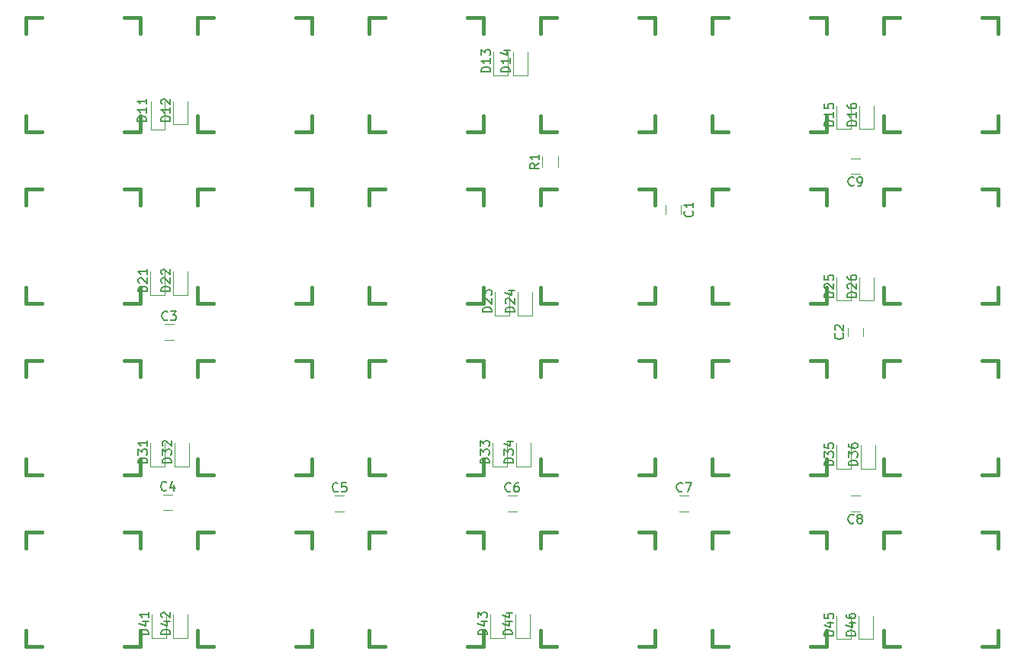
<source format=gbr>
G04 #@! TF.FileFunction,Legend,Top*
%FSLAX46Y46*%
G04 Gerber Fmt 4.6, Leading zero omitted, Abs format (unit mm)*
G04 Created by KiCad (PCBNEW 4.0.7) date 07/05/18 13:02:46*
%MOMM*%
%LPD*%
G01*
G04 APERTURE LIST*
%ADD10C,0.100000*%
%ADD11C,0.381000*%
%ADD12C,0.120000*%
%ADD13C,0.150000*%
G04 APERTURE END LIST*
D10*
D11*
X53340000Y-34290000D02*
X55118000Y-34290000D01*
X64262000Y-34290000D02*
X66040000Y-34290000D01*
X66040000Y-34290000D02*
X66040000Y-36068000D01*
X66040000Y-45212000D02*
X66040000Y-46990000D01*
X66040000Y-46990000D02*
X64262000Y-46990000D01*
X55118000Y-46990000D02*
X53340000Y-46990000D01*
X53340000Y-46990000D02*
X53340000Y-45212000D01*
X53340000Y-36068000D02*
X53340000Y-34290000D01*
X34290000Y-15240000D02*
X36068000Y-15240000D01*
X45212000Y-15240000D02*
X46990000Y-15240000D01*
X46990000Y-15240000D02*
X46990000Y-17018000D01*
X46990000Y-26162000D02*
X46990000Y-27940000D01*
X46990000Y-27940000D02*
X45212000Y-27940000D01*
X36068000Y-27940000D02*
X34290000Y-27940000D01*
X34290000Y-27940000D02*
X34290000Y-26162000D01*
X34290000Y-17018000D02*
X34290000Y-15240000D01*
X15240000Y-15240000D02*
X17018000Y-15240000D01*
X26162000Y-15240000D02*
X27940000Y-15240000D01*
X27940000Y-15240000D02*
X27940000Y-17018000D01*
X27940000Y-26162000D02*
X27940000Y-27940000D01*
X27940000Y-27940000D02*
X26162000Y-27940000D01*
X17018000Y-27940000D02*
X15240000Y-27940000D01*
X15240000Y-27940000D02*
X15240000Y-26162000D01*
X15240000Y-17018000D02*
X15240000Y-15240000D01*
D12*
X87972000Y-37076000D02*
X87972000Y-36076000D01*
X86272000Y-36076000D02*
X86272000Y-37076000D01*
X106465000Y-49665000D02*
X106465000Y-50665000D01*
X108165000Y-50665000D02*
X108165000Y-49665000D01*
X31615000Y-49315000D02*
X30615000Y-49315000D01*
X30615000Y-51015000D02*
X31615000Y-51015000D01*
X31488000Y-68238000D02*
X30488000Y-68238000D01*
X30488000Y-69938000D02*
X31488000Y-69938000D01*
X50538000Y-68365000D02*
X49538000Y-68365000D01*
X49538000Y-70065000D02*
X50538000Y-70065000D01*
X69715000Y-68365000D02*
X68715000Y-68365000D01*
X68715000Y-70065000D02*
X69715000Y-70065000D01*
X88765000Y-68365000D02*
X87765000Y-68365000D01*
X87765000Y-70065000D02*
X88765000Y-70065000D01*
X106815000Y-70065000D02*
X107815000Y-70065000D01*
X107815000Y-68365000D02*
X106815000Y-68365000D01*
X106815000Y-32600000D02*
X107815000Y-32600000D01*
X107815000Y-30900000D02*
X106815000Y-30900000D01*
D11*
X53340000Y-15240000D02*
X55118000Y-15240000D01*
X64262000Y-15240000D02*
X66040000Y-15240000D01*
X66040000Y-15240000D02*
X66040000Y-17018000D01*
X66040000Y-26162000D02*
X66040000Y-27940000D01*
X66040000Y-27940000D02*
X64262000Y-27940000D01*
X55118000Y-27940000D02*
X53340000Y-27940000D01*
X53340000Y-27940000D02*
X53340000Y-26162000D01*
X53340000Y-17018000D02*
X53340000Y-15240000D01*
X72390000Y-15240000D02*
X74168000Y-15240000D01*
X83312000Y-15240000D02*
X85090000Y-15240000D01*
X85090000Y-15240000D02*
X85090000Y-17018000D01*
X85090000Y-26162000D02*
X85090000Y-27940000D01*
X85090000Y-27940000D02*
X83312000Y-27940000D01*
X74168000Y-27940000D02*
X72390000Y-27940000D01*
X72390000Y-27940000D02*
X72390000Y-26162000D01*
X72390000Y-17018000D02*
X72390000Y-15240000D01*
X91440000Y-15240000D02*
X93218000Y-15240000D01*
X102362000Y-15240000D02*
X104140000Y-15240000D01*
X104140000Y-15240000D02*
X104140000Y-17018000D01*
X104140000Y-26162000D02*
X104140000Y-27940000D01*
X104140000Y-27940000D02*
X102362000Y-27940000D01*
X93218000Y-27940000D02*
X91440000Y-27940000D01*
X91440000Y-27940000D02*
X91440000Y-26162000D01*
X91440000Y-17018000D02*
X91440000Y-15240000D01*
X110490000Y-15240000D02*
X112268000Y-15240000D01*
X121412000Y-15240000D02*
X123190000Y-15240000D01*
X123190000Y-15240000D02*
X123190000Y-17018000D01*
X123190000Y-26162000D02*
X123190000Y-27940000D01*
X123190000Y-27940000D02*
X121412000Y-27940000D01*
X112268000Y-27940000D02*
X110490000Y-27940000D01*
X110490000Y-27940000D02*
X110490000Y-26162000D01*
X110490000Y-17018000D02*
X110490000Y-15240000D01*
X15240000Y-34290000D02*
X17018000Y-34290000D01*
X26162000Y-34290000D02*
X27940000Y-34290000D01*
X27940000Y-34290000D02*
X27940000Y-36068000D01*
X27940000Y-45212000D02*
X27940000Y-46990000D01*
X27940000Y-46990000D02*
X26162000Y-46990000D01*
X17018000Y-46990000D02*
X15240000Y-46990000D01*
X15240000Y-46990000D02*
X15240000Y-45212000D01*
X15240000Y-36068000D02*
X15240000Y-34290000D01*
X34290000Y-34290000D02*
X36068000Y-34290000D01*
X45212000Y-34290000D02*
X46990000Y-34290000D01*
X46990000Y-34290000D02*
X46990000Y-36068000D01*
X46990000Y-45212000D02*
X46990000Y-46990000D01*
X46990000Y-46990000D02*
X45212000Y-46990000D01*
X36068000Y-46990000D02*
X34290000Y-46990000D01*
X34290000Y-46990000D02*
X34290000Y-45212000D01*
X34290000Y-36068000D02*
X34290000Y-34290000D01*
X72390000Y-34290000D02*
X74168000Y-34290000D01*
X83312000Y-34290000D02*
X85090000Y-34290000D01*
X85090000Y-34290000D02*
X85090000Y-36068000D01*
X85090000Y-45212000D02*
X85090000Y-46990000D01*
X85090000Y-46990000D02*
X83312000Y-46990000D01*
X74168000Y-46990000D02*
X72390000Y-46990000D01*
X72390000Y-46990000D02*
X72390000Y-45212000D01*
X72390000Y-36068000D02*
X72390000Y-34290000D01*
X91440000Y-34290000D02*
X93218000Y-34290000D01*
X102362000Y-34290000D02*
X104140000Y-34290000D01*
X104140000Y-34290000D02*
X104140000Y-36068000D01*
X104140000Y-45212000D02*
X104140000Y-46990000D01*
X104140000Y-46990000D02*
X102362000Y-46990000D01*
X93218000Y-46990000D02*
X91440000Y-46990000D01*
X91440000Y-46990000D02*
X91440000Y-45212000D01*
X91440000Y-36068000D02*
X91440000Y-34290000D01*
X110490000Y-34290000D02*
X112268000Y-34290000D01*
X121412000Y-34290000D02*
X123190000Y-34290000D01*
X123190000Y-34290000D02*
X123190000Y-36068000D01*
X123190000Y-45212000D02*
X123190000Y-46990000D01*
X123190000Y-46990000D02*
X121412000Y-46990000D01*
X112268000Y-46990000D02*
X110490000Y-46990000D01*
X110490000Y-46990000D02*
X110490000Y-45212000D01*
X110490000Y-36068000D02*
X110490000Y-34290000D01*
X15240000Y-53340000D02*
X17018000Y-53340000D01*
X26162000Y-53340000D02*
X27940000Y-53340000D01*
X27940000Y-53340000D02*
X27940000Y-55118000D01*
X27940000Y-64262000D02*
X27940000Y-66040000D01*
X27940000Y-66040000D02*
X26162000Y-66040000D01*
X17018000Y-66040000D02*
X15240000Y-66040000D01*
X15240000Y-66040000D02*
X15240000Y-64262000D01*
X15240000Y-55118000D02*
X15240000Y-53340000D01*
X34290000Y-53340000D02*
X36068000Y-53340000D01*
X45212000Y-53340000D02*
X46990000Y-53340000D01*
X46990000Y-53340000D02*
X46990000Y-55118000D01*
X46990000Y-64262000D02*
X46990000Y-66040000D01*
X46990000Y-66040000D02*
X45212000Y-66040000D01*
X36068000Y-66040000D02*
X34290000Y-66040000D01*
X34290000Y-66040000D02*
X34290000Y-64262000D01*
X34290000Y-55118000D02*
X34290000Y-53340000D01*
X53340000Y-53340000D02*
X55118000Y-53340000D01*
X64262000Y-53340000D02*
X66040000Y-53340000D01*
X66040000Y-53340000D02*
X66040000Y-55118000D01*
X66040000Y-64262000D02*
X66040000Y-66040000D01*
X66040000Y-66040000D02*
X64262000Y-66040000D01*
X55118000Y-66040000D02*
X53340000Y-66040000D01*
X53340000Y-66040000D02*
X53340000Y-64262000D01*
X53340000Y-55118000D02*
X53340000Y-53340000D01*
X72390000Y-53340000D02*
X74168000Y-53340000D01*
X83312000Y-53340000D02*
X85090000Y-53340000D01*
X85090000Y-53340000D02*
X85090000Y-55118000D01*
X85090000Y-64262000D02*
X85090000Y-66040000D01*
X85090000Y-66040000D02*
X83312000Y-66040000D01*
X74168000Y-66040000D02*
X72390000Y-66040000D01*
X72390000Y-66040000D02*
X72390000Y-64262000D01*
X72390000Y-55118000D02*
X72390000Y-53340000D01*
X91440000Y-53340000D02*
X93218000Y-53340000D01*
X102362000Y-53340000D02*
X104140000Y-53340000D01*
X104140000Y-53340000D02*
X104140000Y-55118000D01*
X104140000Y-64262000D02*
X104140000Y-66040000D01*
X104140000Y-66040000D02*
X102362000Y-66040000D01*
X93218000Y-66040000D02*
X91440000Y-66040000D01*
X91440000Y-66040000D02*
X91440000Y-64262000D01*
X91440000Y-55118000D02*
X91440000Y-53340000D01*
X110490000Y-53340000D02*
X112268000Y-53340000D01*
X121412000Y-53340000D02*
X123190000Y-53340000D01*
X123190000Y-53340000D02*
X123190000Y-55118000D01*
X123190000Y-64262000D02*
X123190000Y-66040000D01*
X123190000Y-66040000D02*
X121412000Y-66040000D01*
X112268000Y-66040000D02*
X110490000Y-66040000D01*
X110490000Y-66040000D02*
X110490000Y-64262000D01*
X110490000Y-55118000D02*
X110490000Y-53340000D01*
X15240000Y-72390000D02*
X17018000Y-72390000D01*
X26162000Y-72390000D02*
X27940000Y-72390000D01*
X27940000Y-72390000D02*
X27940000Y-74168000D01*
X27940000Y-83312000D02*
X27940000Y-85090000D01*
X27940000Y-85090000D02*
X26162000Y-85090000D01*
X17018000Y-85090000D02*
X15240000Y-85090000D01*
X15240000Y-85090000D02*
X15240000Y-83312000D01*
X15240000Y-74168000D02*
X15240000Y-72390000D01*
X34290000Y-72390000D02*
X36068000Y-72390000D01*
X45212000Y-72390000D02*
X46990000Y-72390000D01*
X46990000Y-72390000D02*
X46990000Y-74168000D01*
X46990000Y-83312000D02*
X46990000Y-85090000D01*
X46990000Y-85090000D02*
X45212000Y-85090000D01*
X36068000Y-85090000D02*
X34290000Y-85090000D01*
X34290000Y-85090000D02*
X34290000Y-83312000D01*
X34290000Y-74168000D02*
X34290000Y-72390000D01*
X53340000Y-72390000D02*
X55118000Y-72390000D01*
X64262000Y-72390000D02*
X66040000Y-72390000D01*
X66040000Y-72390000D02*
X66040000Y-74168000D01*
X66040000Y-83312000D02*
X66040000Y-85090000D01*
X66040000Y-85090000D02*
X64262000Y-85090000D01*
X55118000Y-85090000D02*
X53340000Y-85090000D01*
X53340000Y-85090000D02*
X53340000Y-83312000D01*
X53340000Y-74168000D02*
X53340000Y-72390000D01*
X72390000Y-72390000D02*
X74168000Y-72390000D01*
X83312000Y-72390000D02*
X85090000Y-72390000D01*
X85090000Y-72390000D02*
X85090000Y-74168000D01*
X85090000Y-83312000D02*
X85090000Y-85090000D01*
X85090000Y-85090000D02*
X83312000Y-85090000D01*
X74168000Y-85090000D02*
X72390000Y-85090000D01*
X72390000Y-85090000D02*
X72390000Y-83312000D01*
X72390000Y-74168000D02*
X72390000Y-72390000D01*
X91440000Y-72390000D02*
X93218000Y-72390000D01*
X102362000Y-72390000D02*
X104140000Y-72390000D01*
X104140000Y-72390000D02*
X104140000Y-74168000D01*
X104140000Y-83312000D02*
X104140000Y-85090000D01*
X104140000Y-85090000D02*
X102362000Y-85090000D01*
X93218000Y-85090000D02*
X91440000Y-85090000D01*
X91440000Y-85090000D02*
X91440000Y-83312000D01*
X91440000Y-74168000D02*
X91440000Y-72390000D01*
X110490000Y-72390000D02*
X112268000Y-72390000D01*
X121412000Y-72390000D02*
X123190000Y-72390000D01*
X123190000Y-72390000D02*
X123190000Y-74168000D01*
X123190000Y-83312000D02*
X123190000Y-85090000D01*
X123190000Y-85090000D02*
X121412000Y-85090000D01*
X112268000Y-85090000D02*
X110490000Y-85090000D01*
X110490000Y-85090000D02*
X110490000Y-83312000D01*
X110490000Y-74168000D02*
X110490000Y-72390000D01*
D12*
X74286000Y-30642000D02*
X74286000Y-31842000D01*
X72526000Y-31842000D02*
X72526000Y-30642000D01*
X30595000Y-24527000D02*
X30595000Y-27727000D01*
X29095000Y-27727000D02*
X29095000Y-24527000D01*
X29095000Y-27727000D02*
X30595000Y-27727000D01*
X31585000Y-27127000D02*
X33185000Y-27127000D01*
X33185000Y-27127000D02*
X33185000Y-24527000D01*
X31585000Y-27127000D02*
X31585000Y-24527000D01*
X67145000Y-21666000D02*
X68745000Y-21666000D01*
X68745000Y-21666000D02*
X68745000Y-19066000D01*
X67145000Y-21666000D02*
X67145000Y-19066000D01*
X69304000Y-21666000D02*
X70904000Y-21666000D01*
X70904000Y-21666000D02*
X70904000Y-19066000D01*
X69304000Y-21666000D02*
X69304000Y-19066000D01*
X105245000Y-27635000D02*
X106845000Y-27635000D01*
X106845000Y-27635000D02*
X106845000Y-25035000D01*
X105245000Y-27635000D02*
X105245000Y-25035000D01*
X107785000Y-27635000D02*
X109385000Y-27635000D01*
X109385000Y-27635000D02*
X109385000Y-25035000D01*
X107785000Y-27635000D02*
X107785000Y-25035000D01*
X29045000Y-46050000D02*
X30645000Y-46050000D01*
X30645000Y-46050000D02*
X30645000Y-43450000D01*
X29045000Y-46050000D02*
X29045000Y-43450000D01*
X31585000Y-46050000D02*
X33185000Y-46050000D01*
X33185000Y-46050000D02*
X33185000Y-43450000D01*
X31585000Y-46050000D02*
X31585000Y-43450000D01*
X67272000Y-48336000D02*
X68872000Y-48336000D01*
X68872000Y-48336000D02*
X68872000Y-45736000D01*
X67272000Y-48336000D02*
X67272000Y-45736000D01*
X69812000Y-48336000D02*
X71412000Y-48336000D01*
X71412000Y-48336000D02*
X71412000Y-45736000D01*
X69812000Y-48336000D02*
X69812000Y-45736000D01*
X105245000Y-46685000D02*
X106845000Y-46685000D01*
X106845000Y-46685000D02*
X106845000Y-44085000D01*
X105245000Y-46685000D02*
X105245000Y-44085000D01*
X107785000Y-46685000D02*
X109385000Y-46685000D01*
X109385000Y-46685000D02*
X109385000Y-44085000D01*
X107785000Y-46685000D02*
X107785000Y-44085000D01*
X29045000Y-65100000D02*
X30645000Y-65100000D01*
X30645000Y-65100000D02*
X30645000Y-62500000D01*
X29045000Y-65100000D02*
X29045000Y-62500000D01*
X31712000Y-65100000D02*
X33312000Y-65100000D01*
X33312000Y-65100000D02*
X33312000Y-62500000D01*
X31712000Y-65100000D02*
X31712000Y-62500000D01*
X67018000Y-65100000D02*
X68618000Y-65100000D01*
X68618000Y-65100000D02*
X68618000Y-62500000D01*
X67018000Y-65100000D02*
X67018000Y-62500000D01*
X69685000Y-65100000D02*
X71285000Y-65100000D01*
X71285000Y-65100000D02*
X71285000Y-62500000D01*
X69685000Y-65100000D02*
X69685000Y-62500000D01*
X105245000Y-65354000D02*
X106845000Y-65354000D01*
X106845000Y-65354000D02*
X106845000Y-62754000D01*
X105245000Y-65354000D02*
X105245000Y-62754000D01*
X107912000Y-65354000D02*
X109512000Y-65354000D01*
X109512000Y-65354000D02*
X109512000Y-62754000D01*
X107912000Y-65354000D02*
X107912000Y-62754000D01*
X29172000Y-84150000D02*
X30772000Y-84150000D01*
X30772000Y-84150000D02*
X30772000Y-81550000D01*
X29172000Y-84150000D02*
X29172000Y-81550000D01*
X31585000Y-84150000D02*
X33185000Y-84150000D01*
X33185000Y-84150000D02*
X33185000Y-81550000D01*
X31585000Y-84150000D02*
X31585000Y-81550000D01*
X66764000Y-84150000D02*
X68364000Y-84150000D01*
X68364000Y-84150000D02*
X68364000Y-81550000D01*
X66764000Y-84150000D02*
X66764000Y-81550000D01*
X69558000Y-84150000D02*
X71158000Y-84150000D01*
X71158000Y-84150000D02*
X71158000Y-81550000D01*
X69558000Y-84150000D02*
X69558000Y-81550000D01*
X105245000Y-84277000D02*
X106845000Y-84277000D01*
X106845000Y-84277000D02*
X106845000Y-81677000D01*
X105245000Y-84277000D02*
X105245000Y-81677000D01*
X107658000Y-84277000D02*
X109258000Y-84277000D01*
X109258000Y-84277000D02*
X109258000Y-81677000D01*
X107658000Y-84277000D02*
X107658000Y-81677000D01*
D13*
X89229143Y-36742666D02*
X89276762Y-36790285D01*
X89324381Y-36933142D01*
X89324381Y-37028380D01*
X89276762Y-37171238D01*
X89181524Y-37266476D01*
X89086286Y-37314095D01*
X88895810Y-37361714D01*
X88752952Y-37361714D01*
X88562476Y-37314095D01*
X88467238Y-37266476D01*
X88372000Y-37171238D01*
X88324381Y-37028380D01*
X88324381Y-36933142D01*
X88372000Y-36790285D01*
X88419619Y-36742666D01*
X89324381Y-35790285D02*
X89324381Y-36361714D01*
X89324381Y-36076000D02*
X88324381Y-36076000D01*
X88467238Y-36171238D01*
X88562476Y-36266476D01*
X88610095Y-36361714D01*
X105922143Y-50331666D02*
X105969762Y-50379285D01*
X106017381Y-50522142D01*
X106017381Y-50617380D01*
X105969762Y-50760238D01*
X105874524Y-50855476D01*
X105779286Y-50903095D01*
X105588810Y-50950714D01*
X105445952Y-50950714D01*
X105255476Y-50903095D01*
X105160238Y-50855476D01*
X105065000Y-50760238D01*
X105017381Y-50617380D01*
X105017381Y-50522142D01*
X105065000Y-50379285D01*
X105112619Y-50331666D01*
X105112619Y-49950714D02*
X105065000Y-49903095D01*
X105017381Y-49807857D01*
X105017381Y-49569761D01*
X105065000Y-49474523D01*
X105112619Y-49426904D01*
X105207857Y-49379285D01*
X105303095Y-49379285D01*
X105445952Y-49426904D01*
X106017381Y-49998333D01*
X106017381Y-49379285D01*
X30948334Y-48772143D02*
X30900715Y-48819762D01*
X30757858Y-48867381D01*
X30662620Y-48867381D01*
X30519762Y-48819762D01*
X30424524Y-48724524D01*
X30376905Y-48629286D01*
X30329286Y-48438810D01*
X30329286Y-48295952D01*
X30376905Y-48105476D01*
X30424524Y-48010238D01*
X30519762Y-47915000D01*
X30662620Y-47867381D01*
X30757858Y-47867381D01*
X30900715Y-47915000D01*
X30948334Y-47962619D01*
X31281667Y-47867381D02*
X31900715Y-47867381D01*
X31567381Y-48248333D01*
X31710239Y-48248333D01*
X31805477Y-48295952D01*
X31853096Y-48343571D01*
X31900715Y-48438810D01*
X31900715Y-48676905D01*
X31853096Y-48772143D01*
X31805477Y-48819762D01*
X31710239Y-48867381D01*
X31424524Y-48867381D01*
X31329286Y-48819762D01*
X31281667Y-48772143D01*
X30821334Y-67695143D02*
X30773715Y-67742762D01*
X30630858Y-67790381D01*
X30535620Y-67790381D01*
X30392762Y-67742762D01*
X30297524Y-67647524D01*
X30249905Y-67552286D01*
X30202286Y-67361810D01*
X30202286Y-67218952D01*
X30249905Y-67028476D01*
X30297524Y-66933238D01*
X30392762Y-66838000D01*
X30535620Y-66790381D01*
X30630858Y-66790381D01*
X30773715Y-66838000D01*
X30821334Y-66885619D01*
X31678477Y-67123714D02*
X31678477Y-67790381D01*
X31440381Y-66742762D02*
X31202286Y-67457048D01*
X31821334Y-67457048D01*
X49871334Y-67822143D02*
X49823715Y-67869762D01*
X49680858Y-67917381D01*
X49585620Y-67917381D01*
X49442762Y-67869762D01*
X49347524Y-67774524D01*
X49299905Y-67679286D01*
X49252286Y-67488810D01*
X49252286Y-67345952D01*
X49299905Y-67155476D01*
X49347524Y-67060238D01*
X49442762Y-66965000D01*
X49585620Y-66917381D01*
X49680858Y-66917381D01*
X49823715Y-66965000D01*
X49871334Y-67012619D01*
X50776096Y-66917381D02*
X50299905Y-66917381D01*
X50252286Y-67393571D01*
X50299905Y-67345952D01*
X50395143Y-67298333D01*
X50633239Y-67298333D01*
X50728477Y-67345952D01*
X50776096Y-67393571D01*
X50823715Y-67488810D01*
X50823715Y-67726905D01*
X50776096Y-67822143D01*
X50728477Y-67869762D01*
X50633239Y-67917381D01*
X50395143Y-67917381D01*
X50299905Y-67869762D01*
X50252286Y-67822143D01*
X69048334Y-67822143D02*
X69000715Y-67869762D01*
X68857858Y-67917381D01*
X68762620Y-67917381D01*
X68619762Y-67869762D01*
X68524524Y-67774524D01*
X68476905Y-67679286D01*
X68429286Y-67488810D01*
X68429286Y-67345952D01*
X68476905Y-67155476D01*
X68524524Y-67060238D01*
X68619762Y-66965000D01*
X68762620Y-66917381D01*
X68857858Y-66917381D01*
X69000715Y-66965000D01*
X69048334Y-67012619D01*
X69905477Y-66917381D02*
X69715000Y-66917381D01*
X69619762Y-66965000D01*
X69572143Y-67012619D01*
X69476905Y-67155476D01*
X69429286Y-67345952D01*
X69429286Y-67726905D01*
X69476905Y-67822143D01*
X69524524Y-67869762D01*
X69619762Y-67917381D01*
X69810239Y-67917381D01*
X69905477Y-67869762D01*
X69953096Y-67822143D01*
X70000715Y-67726905D01*
X70000715Y-67488810D01*
X69953096Y-67393571D01*
X69905477Y-67345952D01*
X69810239Y-67298333D01*
X69619762Y-67298333D01*
X69524524Y-67345952D01*
X69476905Y-67393571D01*
X69429286Y-67488810D01*
X88098334Y-67822143D02*
X88050715Y-67869762D01*
X87907858Y-67917381D01*
X87812620Y-67917381D01*
X87669762Y-67869762D01*
X87574524Y-67774524D01*
X87526905Y-67679286D01*
X87479286Y-67488810D01*
X87479286Y-67345952D01*
X87526905Y-67155476D01*
X87574524Y-67060238D01*
X87669762Y-66965000D01*
X87812620Y-66917381D01*
X87907858Y-66917381D01*
X88050715Y-66965000D01*
X88098334Y-67012619D01*
X88431667Y-66917381D02*
X89098334Y-66917381D01*
X88669762Y-67917381D01*
X107148334Y-71322143D02*
X107100715Y-71369762D01*
X106957858Y-71417381D01*
X106862620Y-71417381D01*
X106719762Y-71369762D01*
X106624524Y-71274524D01*
X106576905Y-71179286D01*
X106529286Y-70988810D01*
X106529286Y-70845952D01*
X106576905Y-70655476D01*
X106624524Y-70560238D01*
X106719762Y-70465000D01*
X106862620Y-70417381D01*
X106957858Y-70417381D01*
X107100715Y-70465000D01*
X107148334Y-70512619D01*
X107719762Y-70845952D02*
X107624524Y-70798333D01*
X107576905Y-70750714D01*
X107529286Y-70655476D01*
X107529286Y-70607857D01*
X107576905Y-70512619D01*
X107624524Y-70465000D01*
X107719762Y-70417381D01*
X107910239Y-70417381D01*
X108005477Y-70465000D01*
X108053096Y-70512619D01*
X108100715Y-70607857D01*
X108100715Y-70655476D01*
X108053096Y-70750714D01*
X108005477Y-70798333D01*
X107910239Y-70845952D01*
X107719762Y-70845952D01*
X107624524Y-70893571D01*
X107576905Y-70941190D01*
X107529286Y-71036429D01*
X107529286Y-71226905D01*
X107576905Y-71322143D01*
X107624524Y-71369762D01*
X107719762Y-71417381D01*
X107910239Y-71417381D01*
X108005477Y-71369762D01*
X108053096Y-71322143D01*
X108100715Y-71226905D01*
X108100715Y-71036429D01*
X108053096Y-70941190D01*
X108005477Y-70893571D01*
X107910239Y-70845952D01*
X107148334Y-33857143D02*
X107100715Y-33904762D01*
X106957858Y-33952381D01*
X106862620Y-33952381D01*
X106719762Y-33904762D01*
X106624524Y-33809524D01*
X106576905Y-33714286D01*
X106529286Y-33523810D01*
X106529286Y-33380952D01*
X106576905Y-33190476D01*
X106624524Y-33095238D01*
X106719762Y-33000000D01*
X106862620Y-32952381D01*
X106957858Y-32952381D01*
X107100715Y-33000000D01*
X107148334Y-33047619D01*
X107624524Y-33952381D02*
X107815000Y-33952381D01*
X107910239Y-33904762D01*
X107957858Y-33857143D01*
X108053096Y-33714286D01*
X108100715Y-33523810D01*
X108100715Y-33142857D01*
X108053096Y-33047619D01*
X108005477Y-33000000D01*
X107910239Y-32952381D01*
X107719762Y-32952381D01*
X107624524Y-33000000D01*
X107576905Y-33047619D01*
X107529286Y-33142857D01*
X107529286Y-33380952D01*
X107576905Y-33476190D01*
X107624524Y-33523810D01*
X107719762Y-33571429D01*
X107910239Y-33571429D01*
X108005477Y-33523810D01*
X108053096Y-33476190D01*
X108100715Y-33380952D01*
X72158381Y-31408666D02*
X71682190Y-31742000D01*
X72158381Y-31980095D02*
X71158381Y-31980095D01*
X71158381Y-31599142D01*
X71206000Y-31503904D01*
X71253619Y-31456285D01*
X71348857Y-31408666D01*
X71491714Y-31408666D01*
X71586952Y-31456285D01*
X71634571Y-31503904D01*
X71682190Y-31599142D01*
X71682190Y-31980095D01*
X72158381Y-30456285D02*
X72158381Y-31027714D01*
X72158381Y-30742000D02*
X71158381Y-30742000D01*
X71301238Y-30837238D01*
X71396476Y-30932476D01*
X71444095Y-31027714D01*
X28597381Y-26741286D02*
X27597381Y-26741286D01*
X27597381Y-26503191D01*
X27645000Y-26360333D01*
X27740238Y-26265095D01*
X27835476Y-26217476D01*
X28025952Y-26169857D01*
X28168810Y-26169857D01*
X28359286Y-26217476D01*
X28454524Y-26265095D01*
X28549762Y-26360333D01*
X28597381Y-26503191D01*
X28597381Y-26741286D01*
X28597381Y-25217476D02*
X28597381Y-25788905D01*
X28597381Y-25503191D02*
X27597381Y-25503191D01*
X27740238Y-25598429D01*
X27835476Y-25693667D01*
X27883095Y-25788905D01*
X28597381Y-24265095D02*
X28597381Y-24836524D01*
X28597381Y-24550810D02*
X27597381Y-24550810D01*
X27740238Y-24646048D01*
X27835476Y-24741286D01*
X27883095Y-24836524D01*
X31237381Y-26741286D02*
X30237381Y-26741286D01*
X30237381Y-26503191D01*
X30285000Y-26360333D01*
X30380238Y-26265095D01*
X30475476Y-26217476D01*
X30665952Y-26169857D01*
X30808810Y-26169857D01*
X30999286Y-26217476D01*
X31094524Y-26265095D01*
X31189762Y-26360333D01*
X31237381Y-26503191D01*
X31237381Y-26741286D01*
X31237381Y-25217476D02*
X31237381Y-25788905D01*
X31237381Y-25503191D02*
X30237381Y-25503191D01*
X30380238Y-25598429D01*
X30475476Y-25693667D01*
X30523095Y-25788905D01*
X30332619Y-24836524D02*
X30285000Y-24788905D01*
X30237381Y-24693667D01*
X30237381Y-24455571D01*
X30285000Y-24360333D01*
X30332619Y-24312714D01*
X30427857Y-24265095D01*
X30523095Y-24265095D01*
X30665952Y-24312714D01*
X31237381Y-24884143D01*
X31237381Y-24265095D01*
X66797381Y-21280286D02*
X65797381Y-21280286D01*
X65797381Y-21042191D01*
X65845000Y-20899333D01*
X65940238Y-20804095D01*
X66035476Y-20756476D01*
X66225952Y-20708857D01*
X66368810Y-20708857D01*
X66559286Y-20756476D01*
X66654524Y-20804095D01*
X66749762Y-20899333D01*
X66797381Y-21042191D01*
X66797381Y-21280286D01*
X66797381Y-19756476D02*
X66797381Y-20327905D01*
X66797381Y-20042191D02*
X65797381Y-20042191D01*
X65940238Y-20137429D01*
X66035476Y-20232667D01*
X66083095Y-20327905D01*
X65797381Y-19423143D02*
X65797381Y-18804095D01*
X66178333Y-19137429D01*
X66178333Y-18994571D01*
X66225952Y-18899333D01*
X66273571Y-18851714D01*
X66368810Y-18804095D01*
X66606905Y-18804095D01*
X66702143Y-18851714D01*
X66749762Y-18899333D01*
X66797381Y-18994571D01*
X66797381Y-19280286D01*
X66749762Y-19375524D01*
X66702143Y-19423143D01*
X68956381Y-21280286D02*
X67956381Y-21280286D01*
X67956381Y-21042191D01*
X68004000Y-20899333D01*
X68099238Y-20804095D01*
X68194476Y-20756476D01*
X68384952Y-20708857D01*
X68527810Y-20708857D01*
X68718286Y-20756476D01*
X68813524Y-20804095D01*
X68908762Y-20899333D01*
X68956381Y-21042191D01*
X68956381Y-21280286D01*
X68956381Y-19756476D02*
X68956381Y-20327905D01*
X68956381Y-20042191D02*
X67956381Y-20042191D01*
X68099238Y-20137429D01*
X68194476Y-20232667D01*
X68242095Y-20327905D01*
X68289714Y-18899333D02*
X68956381Y-18899333D01*
X67908762Y-19137429D02*
X68623048Y-19375524D01*
X68623048Y-18756476D01*
X104897381Y-27249286D02*
X103897381Y-27249286D01*
X103897381Y-27011191D01*
X103945000Y-26868333D01*
X104040238Y-26773095D01*
X104135476Y-26725476D01*
X104325952Y-26677857D01*
X104468810Y-26677857D01*
X104659286Y-26725476D01*
X104754524Y-26773095D01*
X104849762Y-26868333D01*
X104897381Y-27011191D01*
X104897381Y-27249286D01*
X104897381Y-25725476D02*
X104897381Y-26296905D01*
X104897381Y-26011191D02*
X103897381Y-26011191D01*
X104040238Y-26106429D01*
X104135476Y-26201667D01*
X104183095Y-26296905D01*
X103897381Y-24820714D02*
X103897381Y-25296905D01*
X104373571Y-25344524D01*
X104325952Y-25296905D01*
X104278333Y-25201667D01*
X104278333Y-24963571D01*
X104325952Y-24868333D01*
X104373571Y-24820714D01*
X104468810Y-24773095D01*
X104706905Y-24773095D01*
X104802143Y-24820714D01*
X104849762Y-24868333D01*
X104897381Y-24963571D01*
X104897381Y-25201667D01*
X104849762Y-25296905D01*
X104802143Y-25344524D01*
X107437381Y-27249286D02*
X106437381Y-27249286D01*
X106437381Y-27011191D01*
X106485000Y-26868333D01*
X106580238Y-26773095D01*
X106675476Y-26725476D01*
X106865952Y-26677857D01*
X107008810Y-26677857D01*
X107199286Y-26725476D01*
X107294524Y-26773095D01*
X107389762Y-26868333D01*
X107437381Y-27011191D01*
X107437381Y-27249286D01*
X107437381Y-25725476D02*
X107437381Y-26296905D01*
X107437381Y-26011191D02*
X106437381Y-26011191D01*
X106580238Y-26106429D01*
X106675476Y-26201667D01*
X106723095Y-26296905D01*
X106437381Y-24868333D02*
X106437381Y-25058810D01*
X106485000Y-25154048D01*
X106532619Y-25201667D01*
X106675476Y-25296905D01*
X106865952Y-25344524D01*
X107246905Y-25344524D01*
X107342143Y-25296905D01*
X107389762Y-25249286D01*
X107437381Y-25154048D01*
X107437381Y-24963571D01*
X107389762Y-24868333D01*
X107342143Y-24820714D01*
X107246905Y-24773095D01*
X107008810Y-24773095D01*
X106913571Y-24820714D01*
X106865952Y-24868333D01*
X106818333Y-24963571D01*
X106818333Y-25154048D01*
X106865952Y-25249286D01*
X106913571Y-25296905D01*
X107008810Y-25344524D01*
X28697381Y-45664286D02*
X27697381Y-45664286D01*
X27697381Y-45426191D01*
X27745000Y-45283333D01*
X27840238Y-45188095D01*
X27935476Y-45140476D01*
X28125952Y-45092857D01*
X28268810Y-45092857D01*
X28459286Y-45140476D01*
X28554524Y-45188095D01*
X28649762Y-45283333D01*
X28697381Y-45426191D01*
X28697381Y-45664286D01*
X27792619Y-44711905D02*
X27745000Y-44664286D01*
X27697381Y-44569048D01*
X27697381Y-44330952D01*
X27745000Y-44235714D01*
X27792619Y-44188095D01*
X27887857Y-44140476D01*
X27983095Y-44140476D01*
X28125952Y-44188095D01*
X28697381Y-44759524D01*
X28697381Y-44140476D01*
X28697381Y-43188095D02*
X28697381Y-43759524D01*
X28697381Y-43473810D02*
X27697381Y-43473810D01*
X27840238Y-43569048D01*
X27935476Y-43664286D01*
X27983095Y-43759524D01*
X31237381Y-45664286D02*
X30237381Y-45664286D01*
X30237381Y-45426191D01*
X30285000Y-45283333D01*
X30380238Y-45188095D01*
X30475476Y-45140476D01*
X30665952Y-45092857D01*
X30808810Y-45092857D01*
X30999286Y-45140476D01*
X31094524Y-45188095D01*
X31189762Y-45283333D01*
X31237381Y-45426191D01*
X31237381Y-45664286D01*
X30332619Y-44711905D02*
X30285000Y-44664286D01*
X30237381Y-44569048D01*
X30237381Y-44330952D01*
X30285000Y-44235714D01*
X30332619Y-44188095D01*
X30427857Y-44140476D01*
X30523095Y-44140476D01*
X30665952Y-44188095D01*
X31237381Y-44759524D01*
X31237381Y-44140476D01*
X30332619Y-43759524D02*
X30285000Y-43711905D01*
X30237381Y-43616667D01*
X30237381Y-43378571D01*
X30285000Y-43283333D01*
X30332619Y-43235714D01*
X30427857Y-43188095D01*
X30523095Y-43188095D01*
X30665952Y-43235714D01*
X31237381Y-43807143D01*
X31237381Y-43188095D01*
X66924381Y-47950286D02*
X65924381Y-47950286D01*
X65924381Y-47712191D01*
X65972000Y-47569333D01*
X66067238Y-47474095D01*
X66162476Y-47426476D01*
X66352952Y-47378857D01*
X66495810Y-47378857D01*
X66686286Y-47426476D01*
X66781524Y-47474095D01*
X66876762Y-47569333D01*
X66924381Y-47712191D01*
X66924381Y-47950286D01*
X66019619Y-46997905D02*
X65972000Y-46950286D01*
X65924381Y-46855048D01*
X65924381Y-46616952D01*
X65972000Y-46521714D01*
X66019619Y-46474095D01*
X66114857Y-46426476D01*
X66210095Y-46426476D01*
X66352952Y-46474095D01*
X66924381Y-47045524D01*
X66924381Y-46426476D01*
X65924381Y-46093143D02*
X65924381Y-45474095D01*
X66305333Y-45807429D01*
X66305333Y-45664571D01*
X66352952Y-45569333D01*
X66400571Y-45521714D01*
X66495810Y-45474095D01*
X66733905Y-45474095D01*
X66829143Y-45521714D01*
X66876762Y-45569333D01*
X66924381Y-45664571D01*
X66924381Y-45950286D01*
X66876762Y-46045524D01*
X66829143Y-46093143D01*
X69464381Y-47950286D02*
X68464381Y-47950286D01*
X68464381Y-47712191D01*
X68512000Y-47569333D01*
X68607238Y-47474095D01*
X68702476Y-47426476D01*
X68892952Y-47378857D01*
X69035810Y-47378857D01*
X69226286Y-47426476D01*
X69321524Y-47474095D01*
X69416762Y-47569333D01*
X69464381Y-47712191D01*
X69464381Y-47950286D01*
X68559619Y-46997905D02*
X68512000Y-46950286D01*
X68464381Y-46855048D01*
X68464381Y-46616952D01*
X68512000Y-46521714D01*
X68559619Y-46474095D01*
X68654857Y-46426476D01*
X68750095Y-46426476D01*
X68892952Y-46474095D01*
X69464381Y-47045524D01*
X69464381Y-46426476D01*
X68797714Y-45569333D02*
X69464381Y-45569333D01*
X68416762Y-45807429D02*
X69131048Y-46045524D01*
X69131048Y-45426476D01*
X104897381Y-46299286D02*
X103897381Y-46299286D01*
X103897381Y-46061191D01*
X103945000Y-45918333D01*
X104040238Y-45823095D01*
X104135476Y-45775476D01*
X104325952Y-45727857D01*
X104468810Y-45727857D01*
X104659286Y-45775476D01*
X104754524Y-45823095D01*
X104849762Y-45918333D01*
X104897381Y-46061191D01*
X104897381Y-46299286D01*
X103992619Y-45346905D02*
X103945000Y-45299286D01*
X103897381Y-45204048D01*
X103897381Y-44965952D01*
X103945000Y-44870714D01*
X103992619Y-44823095D01*
X104087857Y-44775476D01*
X104183095Y-44775476D01*
X104325952Y-44823095D01*
X104897381Y-45394524D01*
X104897381Y-44775476D01*
X103897381Y-43870714D02*
X103897381Y-44346905D01*
X104373571Y-44394524D01*
X104325952Y-44346905D01*
X104278333Y-44251667D01*
X104278333Y-44013571D01*
X104325952Y-43918333D01*
X104373571Y-43870714D01*
X104468810Y-43823095D01*
X104706905Y-43823095D01*
X104802143Y-43870714D01*
X104849762Y-43918333D01*
X104897381Y-44013571D01*
X104897381Y-44251667D01*
X104849762Y-44346905D01*
X104802143Y-44394524D01*
X107437381Y-46299286D02*
X106437381Y-46299286D01*
X106437381Y-46061191D01*
X106485000Y-45918333D01*
X106580238Y-45823095D01*
X106675476Y-45775476D01*
X106865952Y-45727857D01*
X107008810Y-45727857D01*
X107199286Y-45775476D01*
X107294524Y-45823095D01*
X107389762Y-45918333D01*
X107437381Y-46061191D01*
X107437381Y-46299286D01*
X106532619Y-45346905D02*
X106485000Y-45299286D01*
X106437381Y-45204048D01*
X106437381Y-44965952D01*
X106485000Y-44870714D01*
X106532619Y-44823095D01*
X106627857Y-44775476D01*
X106723095Y-44775476D01*
X106865952Y-44823095D01*
X107437381Y-45394524D01*
X107437381Y-44775476D01*
X106437381Y-43918333D02*
X106437381Y-44108810D01*
X106485000Y-44204048D01*
X106532619Y-44251667D01*
X106675476Y-44346905D01*
X106865952Y-44394524D01*
X107246905Y-44394524D01*
X107342143Y-44346905D01*
X107389762Y-44299286D01*
X107437381Y-44204048D01*
X107437381Y-44013571D01*
X107389762Y-43918333D01*
X107342143Y-43870714D01*
X107246905Y-43823095D01*
X107008810Y-43823095D01*
X106913571Y-43870714D01*
X106865952Y-43918333D01*
X106818333Y-44013571D01*
X106818333Y-44204048D01*
X106865952Y-44299286D01*
X106913571Y-44346905D01*
X107008810Y-44394524D01*
X28697381Y-64714286D02*
X27697381Y-64714286D01*
X27697381Y-64476191D01*
X27745000Y-64333333D01*
X27840238Y-64238095D01*
X27935476Y-64190476D01*
X28125952Y-64142857D01*
X28268810Y-64142857D01*
X28459286Y-64190476D01*
X28554524Y-64238095D01*
X28649762Y-64333333D01*
X28697381Y-64476191D01*
X28697381Y-64714286D01*
X27697381Y-63809524D02*
X27697381Y-63190476D01*
X28078333Y-63523810D01*
X28078333Y-63380952D01*
X28125952Y-63285714D01*
X28173571Y-63238095D01*
X28268810Y-63190476D01*
X28506905Y-63190476D01*
X28602143Y-63238095D01*
X28649762Y-63285714D01*
X28697381Y-63380952D01*
X28697381Y-63666667D01*
X28649762Y-63761905D01*
X28602143Y-63809524D01*
X28697381Y-62238095D02*
X28697381Y-62809524D01*
X28697381Y-62523810D02*
X27697381Y-62523810D01*
X27840238Y-62619048D01*
X27935476Y-62714286D01*
X27983095Y-62809524D01*
X31364381Y-64714286D02*
X30364381Y-64714286D01*
X30364381Y-64476191D01*
X30412000Y-64333333D01*
X30507238Y-64238095D01*
X30602476Y-64190476D01*
X30792952Y-64142857D01*
X30935810Y-64142857D01*
X31126286Y-64190476D01*
X31221524Y-64238095D01*
X31316762Y-64333333D01*
X31364381Y-64476191D01*
X31364381Y-64714286D01*
X30364381Y-63809524D02*
X30364381Y-63190476D01*
X30745333Y-63523810D01*
X30745333Y-63380952D01*
X30792952Y-63285714D01*
X30840571Y-63238095D01*
X30935810Y-63190476D01*
X31173905Y-63190476D01*
X31269143Y-63238095D01*
X31316762Y-63285714D01*
X31364381Y-63380952D01*
X31364381Y-63666667D01*
X31316762Y-63761905D01*
X31269143Y-63809524D01*
X30459619Y-62809524D02*
X30412000Y-62761905D01*
X30364381Y-62666667D01*
X30364381Y-62428571D01*
X30412000Y-62333333D01*
X30459619Y-62285714D01*
X30554857Y-62238095D01*
X30650095Y-62238095D01*
X30792952Y-62285714D01*
X31364381Y-62857143D01*
X31364381Y-62238095D01*
X66670381Y-64714286D02*
X65670381Y-64714286D01*
X65670381Y-64476191D01*
X65718000Y-64333333D01*
X65813238Y-64238095D01*
X65908476Y-64190476D01*
X66098952Y-64142857D01*
X66241810Y-64142857D01*
X66432286Y-64190476D01*
X66527524Y-64238095D01*
X66622762Y-64333333D01*
X66670381Y-64476191D01*
X66670381Y-64714286D01*
X65670381Y-63809524D02*
X65670381Y-63190476D01*
X66051333Y-63523810D01*
X66051333Y-63380952D01*
X66098952Y-63285714D01*
X66146571Y-63238095D01*
X66241810Y-63190476D01*
X66479905Y-63190476D01*
X66575143Y-63238095D01*
X66622762Y-63285714D01*
X66670381Y-63380952D01*
X66670381Y-63666667D01*
X66622762Y-63761905D01*
X66575143Y-63809524D01*
X65670381Y-62857143D02*
X65670381Y-62238095D01*
X66051333Y-62571429D01*
X66051333Y-62428571D01*
X66098952Y-62333333D01*
X66146571Y-62285714D01*
X66241810Y-62238095D01*
X66479905Y-62238095D01*
X66575143Y-62285714D01*
X66622762Y-62333333D01*
X66670381Y-62428571D01*
X66670381Y-62714286D01*
X66622762Y-62809524D01*
X66575143Y-62857143D01*
X69337381Y-64714286D02*
X68337381Y-64714286D01*
X68337381Y-64476191D01*
X68385000Y-64333333D01*
X68480238Y-64238095D01*
X68575476Y-64190476D01*
X68765952Y-64142857D01*
X68908810Y-64142857D01*
X69099286Y-64190476D01*
X69194524Y-64238095D01*
X69289762Y-64333333D01*
X69337381Y-64476191D01*
X69337381Y-64714286D01*
X68337381Y-63809524D02*
X68337381Y-63190476D01*
X68718333Y-63523810D01*
X68718333Y-63380952D01*
X68765952Y-63285714D01*
X68813571Y-63238095D01*
X68908810Y-63190476D01*
X69146905Y-63190476D01*
X69242143Y-63238095D01*
X69289762Y-63285714D01*
X69337381Y-63380952D01*
X69337381Y-63666667D01*
X69289762Y-63761905D01*
X69242143Y-63809524D01*
X68670714Y-62333333D02*
X69337381Y-62333333D01*
X68289762Y-62571429D02*
X69004048Y-62809524D01*
X69004048Y-62190476D01*
X104897381Y-64968286D02*
X103897381Y-64968286D01*
X103897381Y-64730191D01*
X103945000Y-64587333D01*
X104040238Y-64492095D01*
X104135476Y-64444476D01*
X104325952Y-64396857D01*
X104468810Y-64396857D01*
X104659286Y-64444476D01*
X104754524Y-64492095D01*
X104849762Y-64587333D01*
X104897381Y-64730191D01*
X104897381Y-64968286D01*
X103897381Y-64063524D02*
X103897381Y-63444476D01*
X104278333Y-63777810D01*
X104278333Y-63634952D01*
X104325952Y-63539714D01*
X104373571Y-63492095D01*
X104468810Y-63444476D01*
X104706905Y-63444476D01*
X104802143Y-63492095D01*
X104849762Y-63539714D01*
X104897381Y-63634952D01*
X104897381Y-63920667D01*
X104849762Y-64015905D01*
X104802143Y-64063524D01*
X103897381Y-62539714D02*
X103897381Y-63015905D01*
X104373571Y-63063524D01*
X104325952Y-63015905D01*
X104278333Y-62920667D01*
X104278333Y-62682571D01*
X104325952Y-62587333D01*
X104373571Y-62539714D01*
X104468810Y-62492095D01*
X104706905Y-62492095D01*
X104802143Y-62539714D01*
X104849762Y-62587333D01*
X104897381Y-62682571D01*
X104897381Y-62920667D01*
X104849762Y-63015905D01*
X104802143Y-63063524D01*
X107564381Y-64968286D02*
X106564381Y-64968286D01*
X106564381Y-64730191D01*
X106612000Y-64587333D01*
X106707238Y-64492095D01*
X106802476Y-64444476D01*
X106992952Y-64396857D01*
X107135810Y-64396857D01*
X107326286Y-64444476D01*
X107421524Y-64492095D01*
X107516762Y-64587333D01*
X107564381Y-64730191D01*
X107564381Y-64968286D01*
X106564381Y-64063524D02*
X106564381Y-63444476D01*
X106945333Y-63777810D01*
X106945333Y-63634952D01*
X106992952Y-63539714D01*
X107040571Y-63492095D01*
X107135810Y-63444476D01*
X107373905Y-63444476D01*
X107469143Y-63492095D01*
X107516762Y-63539714D01*
X107564381Y-63634952D01*
X107564381Y-63920667D01*
X107516762Y-64015905D01*
X107469143Y-64063524D01*
X106564381Y-62587333D02*
X106564381Y-62777810D01*
X106612000Y-62873048D01*
X106659619Y-62920667D01*
X106802476Y-63015905D01*
X106992952Y-63063524D01*
X107373905Y-63063524D01*
X107469143Y-63015905D01*
X107516762Y-62968286D01*
X107564381Y-62873048D01*
X107564381Y-62682571D01*
X107516762Y-62587333D01*
X107469143Y-62539714D01*
X107373905Y-62492095D01*
X107135810Y-62492095D01*
X107040571Y-62539714D01*
X106992952Y-62587333D01*
X106945333Y-62682571D01*
X106945333Y-62873048D01*
X106992952Y-62968286D01*
X107040571Y-63015905D01*
X107135810Y-63063524D01*
X28824381Y-83764286D02*
X27824381Y-83764286D01*
X27824381Y-83526191D01*
X27872000Y-83383333D01*
X27967238Y-83288095D01*
X28062476Y-83240476D01*
X28252952Y-83192857D01*
X28395810Y-83192857D01*
X28586286Y-83240476D01*
X28681524Y-83288095D01*
X28776762Y-83383333D01*
X28824381Y-83526191D01*
X28824381Y-83764286D01*
X28157714Y-82335714D02*
X28824381Y-82335714D01*
X27776762Y-82573810D02*
X28491048Y-82811905D01*
X28491048Y-82192857D01*
X28824381Y-81288095D02*
X28824381Y-81859524D01*
X28824381Y-81573810D02*
X27824381Y-81573810D01*
X27967238Y-81669048D01*
X28062476Y-81764286D01*
X28110095Y-81859524D01*
X31237381Y-83764286D02*
X30237381Y-83764286D01*
X30237381Y-83526191D01*
X30285000Y-83383333D01*
X30380238Y-83288095D01*
X30475476Y-83240476D01*
X30665952Y-83192857D01*
X30808810Y-83192857D01*
X30999286Y-83240476D01*
X31094524Y-83288095D01*
X31189762Y-83383333D01*
X31237381Y-83526191D01*
X31237381Y-83764286D01*
X30570714Y-82335714D02*
X31237381Y-82335714D01*
X30189762Y-82573810D02*
X30904048Y-82811905D01*
X30904048Y-82192857D01*
X30332619Y-81859524D02*
X30285000Y-81811905D01*
X30237381Y-81716667D01*
X30237381Y-81478571D01*
X30285000Y-81383333D01*
X30332619Y-81335714D01*
X30427857Y-81288095D01*
X30523095Y-81288095D01*
X30665952Y-81335714D01*
X31237381Y-81907143D01*
X31237381Y-81288095D01*
X66416381Y-83764286D02*
X65416381Y-83764286D01*
X65416381Y-83526191D01*
X65464000Y-83383333D01*
X65559238Y-83288095D01*
X65654476Y-83240476D01*
X65844952Y-83192857D01*
X65987810Y-83192857D01*
X66178286Y-83240476D01*
X66273524Y-83288095D01*
X66368762Y-83383333D01*
X66416381Y-83526191D01*
X66416381Y-83764286D01*
X65749714Y-82335714D02*
X66416381Y-82335714D01*
X65368762Y-82573810D02*
X66083048Y-82811905D01*
X66083048Y-82192857D01*
X65416381Y-81907143D02*
X65416381Y-81288095D01*
X65797333Y-81621429D01*
X65797333Y-81478571D01*
X65844952Y-81383333D01*
X65892571Y-81335714D01*
X65987810Y-81288095D01*
X66225905Y-81288095D01*
X66321143Y-81335714D01*
X66368762Y-81383333D01*
X66416381Y-81478571D01*
X66416381Y-81764286D01*
X66368762Y-81859524D01*
X66321143Y-81907143D01*
X69210381Y-83764286D02*
X68210381Y-83764286D01*
X68210381Y-83526191D01*
X68258000Y-83383333D01*
X68353238Y-83288095D01*
X68448476Y-83240476D01*
X68638952Y-83192857D01*
X68781810Y-83192857D01*
X68972286Y-83240476D01*
X69067524Y-83288095D01*
X69162762Y-83383333D01*
X69210381Y-83526191D01*
X69210381Y-83764286D01*
X68543714Y-82335714D02*
X69210381Y-82335714D01*
X68162762Y-82573810D02*
X68877048Y-82811905D01*
X68877048Y-82192857D01*
X68543714Y-81383333D02*
X69210381Y-81383333D01*
X68162762Y-81621429D02*
X68877048Y-81859524D01*
X68877048Y-81240476D01*
X104897381Y-83891286D02*
X103897381Y-83891286D01*
X103897381Y-83653191D01*
X103945000Y-83510333D01*
X104040238Y-83415095D01*
X104135476Y-83367476D01*
X104325952Y-83319857D01*
X104468810Y-83319857D01*
X104659286Y-83367476D01*
X104754524Y-83415095D01*
X104849762Y-83510333D01*
X104897381Y-83653191D01*
X104897381Y-83891286D01*
X104230714Y-82462714D02*
X104897381Y-82462714D01*
X103849762Y-82700810D02*
X104564048Y-82938905D01*
X104564048Y-82319857D01*
X103897381Y-81462714D02*
X103897381Y-81938905D01*
X104373571Y-81986524D01*
X104325952Y-81938905D01*
X104278333Y-81843667D01*
X104278333Y-81605571D01*
X104325952Y-81510333D01*
X104373571Y-81462714D01*
X104468810Y-81415095D01*
X104706905Y-81415095D01*
X104802143Y-81462714D01*
X104849762Y-81510333D01*
X104897381Y-81605571D01*
X104897381Y-81843667D01*
X104849762Y-81938905D01*
X104802143Y-81986524D01*
X107310381Y-83891286D02*
X106310381Y-83891286D01*
X106310381Y-83653191D01*
X106358000Y-83510333D01*
X106453238Y-83415095D01*
X106548476Y-83367476D01*
X106738952Y-83319857D01*
X106881810Y-83319857D01*
X107072286Y-83367476D01*
X107167524Y-83415095D01*
X107262762Y-83510333D01*
X107310381Y-83653191D01*
X107310381Y-83891286D01*
X106643714Y-82462714D02*
X107310381Y-82462714D01*
X106262762Y-82700810D02*
X106977048Y-82938905D01*
X106977048Y-82319857D01*
X106310381Y-81510333D02*
X106310381Y-81700810D01*
X106358000Y-81796048D01*
X106405619Y-81843667D01*
X106548476Y-81938905D01*
X106738952Y-81986524D01*
X107119905Y-81986524D01*
X107215143Y-81938905D01*
X107262762Y-81891286D01*
X107310381Y-81796048D01*
X107310381Y-81605571D01*
X107262762Y-81510333D01*
X107215143Y-81462714D01*
X107119905Y-81415095D01*
X106881810Y-81415095D01*
X106786571Y-81462714D01*
X106738952Y-81510333D01*
X106691333Y-81605571D01*
X106691333Y-81796048D01*
X106738952Y-81891286D01*
X106786571Y-81938905D01*
X106881810Y-81986524D01*
M02*

</source>
